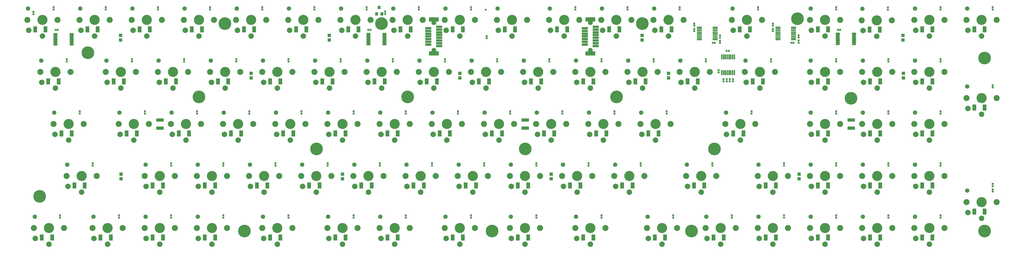
<source format=gbs>
G04*
G04 #@! TF.GenerationSoftware,Altium Limited,Altium Designer,19.1.5 (86)*
G04*
G04 Layer_Color=16711935*
%FSLAX25Y25*%
%MOIN*%
G70*
G01*
G75*
%ADD14C,0.07099*%
%ADD15C,0.06706*%
%ADD16C,0.07887*%
%ADD17C,0.06312*%
%ADD18O,0.14580X0.14580*%
%ADD19C,0.08674*%
%ADD20C,0.18300*%
%ADD21C,0.02800*%
%ADD46R,0.02756X0.02756*%
%ADD47R,0.05721X0.08674*%
%ADD48R,0.02756X0.02756*%
%ADD49O,0.06312X0.02572*%
%ADD50O,0.07493X0.02178*%
%ADD51O,0.02178X0.07493*%
%ADD52R,0.10642X0.04737*%
%ADD53R,0.04737X0.05131*%
%ADD54R,0.04343X0.04540*%
%ADD55R,0.04343X0.04540*%
%ADD56R,0.08989X0.03556*%
%ADD57R,0.14186X0.05918*%
D14*
X612641Y346539D02*
D03*
X837641D02*
D03*
D15*
X612641Y306776D02*
D03*
X837641D02*
D03*
D16*
X1025141Y27071D02*
D03*
X1005456Y35339D02*
D03*
X837641Y27071D02*
D03*
X817956Y35339D02*
D03*
X1175141Y327071D02*
D03*
X1155456Y335339D02*
D03*
X50141Y327071D02*
D03*
X30456Y335339D02*
D03*
X1400141Y64571D02*
D03*
X1380456Y72839D02*
D03*
X1325141Y27071D02*
D03*
X1305456Y35339D02*
D03*
X1250141Y27071D02*
D03*
X1230456Y35339D02*
D03*
X1325141Y102071D02*
D03*
X1305456Y110339D02*
D03*
X1250141Y102071D02*
D03*
X1230456Y110339D02*
D03*
X1175141Y102071D02*
D03*
X1155456Y110339D02*
D03*
X1400141Y214571D02*
D03*
X1380456Y222839D02*
D03*
X1325141Y177071D02*
D03*
X1305456Y185339D02*
D03*
X1250141Y177071D02*
D03*
X1230456Y185339D02*
D03*
X1175141Y177071D02*
D03*
X1155456Y185339D02*
D03*
X1325141Y252071D02*
D03*
X1305456Y260339D02*
D03*
X1250141Y252071D02*
D03*
X1230456Y260339D02*
D03*
X1175141Y252071D02*
D03*
X1155456Y260339D02*
D03*
X1100141Y102071D02*
D03*
X1080456Y110339D02*
D03*
X1175141Y27071D02*
D03*
X1155456Y35339D02*
D03*
X1100141Y27071D02*
D03*
X1080456Y35339D02*
D03*
X940766Y27071D02*
D03*
X921081Y35339D02*
D03*
X743891Y27071D02*
D03*
X724206Y35339D02*
D03*
X650141Y27071D02*
D03*
X630456Y35339D02*
D03*
X556391Y27071D02*
D03*
X536706Y35339D02*
D03*
X481391Y27071D02*
D03*
X461706Y35339D02*
D03*
X387641Y27071D02*
D03*
X367956Y35339D02*
D03*
X293891Y27071D02*
D03*
X274206Y35339D02*
D03*
X218891Y27071D02*
D03*
X199206Y35339D02*
D03*
X143891Y27071D02*
D03*
X124206Y35339D02*
D03*
X59516Y27071D02*
D03*
X39831Y35339D02*
D03*
X997016Y102071D02*
D03*
X977331Y110339D02*
D03*
X893891Y102071D02*
D03*
X874206Y110339D02*
D03*
X818891Y102071D02*
D03*
X799206Y110339D02*
D03*
X743891Y102071D02*
D03*
X724206Y110339D02*
D03*
X668891Y102071D02*
D03*
X649206Y110339D02*
D03*
X593891Y102071D02*
D03*
X574206Y110339D02*
D03*
X518891Y102071D02*
D03*
X499206Y110339D02*
D03*
X443891Y102071D02*
D03*
X424206Y110339D02*
D03*
X368891Y102071D02*
D03*
X349206Y110339D02*
D03*
X293891Y102071D02*
D03*
X274206Y110339D02*
D03*
X218891Y102071D02*
D03*
X199206Y110339D02*
D03*
X106391Y102071D02*
D03*
X86706Y110339D02*
D03*
X1053266Y177071D02*
D03*
X1033581Y185339D02*
D03*
X931391Y177071D02*
D03*
X911706Y185339D02*
D03*
X856391Y177071D02*
D03*
X836706Y185339D02*
D03*
X781391Y177071D02*
D03*
X761706Y185339D02*
D03*
X706391Y177071D02*
D03*
X686706Y185339D02*
D03*
X631391Y177071D02*
D03*
X611706Y185339D02*
D03*
X556391Y177071D02*
D03*
X536706Y185339D02*
D03*
X481391Y177071D02*
D03*
X461706Y185339D02*
D03*
X406391Y177071D02*
D03*
X386706Y185339D02*
D03*
X331391Y177071D02*
D03*
X311706Y185339D02*
D03*
X256391Y177071D02*
D03*
X236706Y185339D02*
D03*
X181391Y177071D02*
D03*
X161706Y185339D02*
D03*
X87641Y177071D02*
D03*
X67956Y185339D02*
D03*
X1081391Y252071D02*
D03*
X1061706Y260339D02*
D03*
X987641Y252071D02*
D03*
X967956Y260339D02*
D03*
X912641Y252071D02*
D03*
X892956Y260339D02*
D03*
X837641Y252071D02*
D03*
X817956Y260339D02*
D03*
X762641Y252071D02*
D03*
X742956Y260339D02*
D03*
X687641Y252071D02*
D03*
X667956Y260339D02*
D03*
X612641Y252071D02*
D03*
X592956Y260339D02*
D03*
X537641Y252071D02*
D03*
X517956Y260339D02*
D03*
X462641Y252071D02*
D03*
X442956Y260339D02*
D03*
X387641Y252071D02*
D03*
X367956Y260339D02*
D03*
X312641Y252071D02*
D03*
X292956Y260339D02*
D03*
X237641Y252071D02*
D03*
X217956Y260339D02*
D03*
X162641Y252071D02*
D03*
X142956Y260339D02*
D03*
X68891Y252071D02*
D03*
X49206Y260339D02*
D03*
X1400141Y327071D02*
D03*
X1380456Y335339D02*
D03*
X1325141Y327071D02*
D03*
X1305456Y335339D02*
D03*
X1249320Y326689D02*
D03*
X1229635Y334957D02*
D03*
X1062641Y327071D02*
D03*
X1042956Y335339D02*
D03*
X950141Y327071D02*
D03*
X930456Y335339D02*
D03*
X875141Y327071D02*
D03*
X855456Y335339D02*
D03*
X800141Y327071D02*
D03*
X780456Y335339D02*
D03*
X725141Y327071D02*
D03*
X705456Y335339D02*
D03*
X650141Y327071D02*
D03*
X630456Y335339D02*
D03*
X575141Y327071D02*
D03*
X555456Y335339D02*
D03*
X500141Y327071D02*
D03*
X480456Y335339D02*
D03*
X425141Y327071D02*
D03*
X405456Y335339D02*
D03*
X350141Y327071D02*
D03*
X330456Y335339D02*
D03*
X275141Y327071D02*
D03*
X255456Y335339D02*
D03*
X200141Y327071D02*
D03*
X180456Y335339D02*
D03*
X125141Y327071D02*
D03*
X105456Y335339D02*
D03*
D17*
X1004590Y66835D02*
D03*
X817090D02*
D03*
X1154590Y366835D02*
D03*
X29590D02*
D03*
X1379590Y104335D02*
D03*
X1304590Y66835D02*
D03*
X1229590D02*
D03*
X1304590Y141835D02*
D03*
X1229590D02*
D03*
X1154590D02*
D03*
X1379590Y254335D02*
D03*
X1304590Y216835D02*
D03*
X1229590D02*
D03*
X1154590D02*
D03*
X1304590Y291835D02*
D03*
X1229590D02*
D03*
X1154590D02*
D03*
X1079590Y141835D02*
D03*
X1154590Y66835D02*
D03*
X1079590D02*
D03*
X920215D02*
D03*
X723340D02*
D03*
X629590D02*
D03*
X535840D02*
D03*
X460840D02*
D03*
X367090D02*
D03*
X273340D02*
D03*
X198340D02*
D03*
X123340D02*
D03*
X38965D02*
D03*
X976465Y141835D02*
D03*
X873340D02*
D03*
X798340D02*
D03*
X723340D02*
D03*
X648340D02*
D03*
X573340D02*
D03*
X498340D02*
D03*
X423340D02*
D03*
X348340D02*
D03*
X273340D02*
D03*
X198340D02*
D03*
X85840D02*
D03*
X1032715Y216835D02*
D03*
X910840D02*
D03*
X835840D02*
D03*
X760840D02*
D03*
X685840D02*
D03*
X610840D02*
D03*
X535840D02*
D03*
X460840D02*
D03*
X385840D02*
D03*
X310840D02*
D03*
X235840D02*
D03*
X160840D02*
D03*
X67090D02*
D03*
X1060840Y291835D02*
D03*
X967090D02*
D03*
X892090D02*
D03*
X817090D02*
D03*
X742090D02*
D03*
X667090D02*
D03*
X592090D02*
D03*
X517090D02*
D03*
X442090D02*
D03*
X367090D02*
D03*
X292090D02*
D03*
X217090D02*
D03*
X142090D02*
D03*
X48340D02*
D03*
X1379590Y366835D02*
D03*
X1304590D02*
D03*
X1228769Y366453D02*
D03*
X1042090Y366835D02*
D03*
X929590D02*
D03*
X854590D02*
D03*
X779590D02*
D03*
X704590D02*
D03*
X629590D02*
D03*
X554590D02*
D03*
X479590D02*
D03*
X404590D02*
D03*
X329590D02*
D03*
X254590D02*
D03*
X179590D02*
D03*
X104590D02*
D03*
D18*
X1025141Y50299D02*
D03*
X837641D02*
D03*
X1175141Y350299D02*
D03*
X50141D02*
D03*
X1400141Y87799D02*
D03*
X1325141Y50299D02*
D03*
X1250141D02*
D03*
X1325141Y125299D02*
D03*
X1250141D02*
D03*
X1175141D02*
D03*
X1400141Y237799D02*
D03*
X1325141Y200299D02*
D03*
X1250141D02*
D03*
X1175141D02*
D03*
X1325141Y275299D02*
D03*
X1250141D02*
D03*
X1175141D02*
D03*
X1100141Y125299D02*
D03*
X1175141Y50299D02*
D03*
X1100141D02*
D03*
X940766D02*
D03*
X743891D02*
D03*
X650141D02*
D03*
X556391D02*
D03*
X481391D02*
D03*
X387641D02*
D03*
X293891D02*
D03*
X218891D02*
D03*
X143891D02*
D03*
X59516D02*
D03*
X997016Y125299D02*
D03*
X893891D02*
D03*
X818891D02*
D03*
X743891D02*
D03*
X668891D02*
D03*
X593891D02*
D03*
X518891D02*
D03*
X443891D02*
D03*
X368891D02*
D03*
X293891D02*
D03*
X218891D02*
D03*
X106391D02*
D03*
X1053266Y200299D02*
D03*
X931391D02*
D03*
X856391D02*
D03*
X781391D02*
D03*
X706391D02*
D03*
X631391D02*
D03*
X556391D02*
D03*
X481391D02*
D03*
X406391D02*
D03*
X331391D02*
D03*
X256391D02*
D03*
X181391D02*
D03*
X87641D02*
D03*
X1081391Y275299D02*
D03*
X987641D02*
D03*
X912641D02*
D03*
X837641D02*
D03*
X762641D02*
D03*
X687641D02*
D03*
X612641D02*
D03*
X537641D02*
D03*
X462641D02*
D03*
X387641D02*
D03*
X312641D02*
D03*
X237641D02*
D03*
X162641D02*
D03*
X68891D02*
D03*
X1400141Y350299D02*
D03*
X1325141D02*
D03*
X1249320Y349917D02*
D03*
X1062641Y350299D02*
D03*
X950141D02*
D03*
X875141D02*
D03*
X800141D02*
D03*
X725141D02*
D03*
X650141D02*
D03*
X575141D02*
D03*
X500141D02*
D03*
X425141D02*
D03*
X350141D02*
D03*
X275141D02*
D03*
X200141D02*
D03*
X125141D02*
D03*
D19*
X1003488Y50299D02*
D03*
X1046795D02*
D03*
X815988D02*
D03*
X859295D02*
D03*
X1153488Y350299D02*
D03*
X1196795D02*
D03*
X28488D02*
D03*
X71795D02*
D03*
X1378488Y87799D02*
D03*
X1421795D02*
D03*
X1303488Y50299D02*
D03*
X1346795D02*
D03*
X1228488D02*
D03*
X1271795D02*
D03*
X1303488Y125299D02*
D03*
X1346795D02*
D03*
X1228488D02*
D03*
X1271795D02*
D03*
X1153488D02*
D03*
X1196795D02*
D03*
X1378488Y237799D02*
D03*
X1421795D02*
D03*
X1303488Y200299D02*
D03*
X1346795D02*
D03*
X1228488D02*
D03*
X1271795D02*
D03*
X1153488D02*
D03*
X1196795D02*
D03*
X1303488Y275299D02*
D03*
X1346795D02*
D03*
X1228488D02*
D03*
X1271795D02*
D03*
X1153488D02*
D03*
X1196795D02*
D03*
X1078488Y125299D02*
D03*
X1121795D02*
D03*
X1153488Y50299D02*
D03*
X1196795D02*
D03*
X1078488D02*
D03*
X1121795D02*
D03*
X919113D02*
D03*
X962420D02*
D03*
X722238D02*
D03*
X765545D02*
D03*
X628488D02*
D03*
X671795D02*
D03*
X534738D02*
D03*
X578045D02*
D03*
X459738D02*
D03*
X503045D02*
D03*
X365988D02*
D03*
X409295D02*
D03*
X272238D02*
D03*
X315545D02*
D03*
X197238D02*
D03*
X240545D02*
D03*
X122238D02*
D03*
X165545D02*
D03*
X37863D02*
D03*
X81170D02*
D03*
X975363Y125299D02*
D03*
X1018670D02*
D03*
X872238D02*
D03*
X915545D02*
D03*
X797238D02*
D03*
X840545D02*
D03*
X722238D02*
D03*
X765545D02*
D03*
X647238D02*
D03*
X690545D02*
D03*
X572238D02*
D03*
X615545D02*
D03*
X497238D02*
D03*
X540545D02*
D03*
X422238D02*
D03*
X465545D02*
D03*
X347238D02*
D03*
X390545D02*
D03*
X272238D02*
D03*
X315545D02*
D03*
X197238D02*
D03*
X240545D02*
D03*
X84738D02*
D03*
X128045D02*
D03*
X1031613Y200299D02*
D03*
X1074920D02*
D03*
X909738D02*
D03*
X953045D02*
D03*
X834738D02*
D03*
X878045D02*
D03*
X759738D02*
D03*
X803045D02*
D03*
X684738D02*
D03*
X728045D02*
D03*
X609738D02*
D03*
X653045D02*
D03*
X534738D02*
D03*
X578045D02*
D03*
X459738D02*
D03*
X503045D02*
D03*
X384738D02*
D03*
X428045D02*
D03*
X309738D02*
D03*
X353045D02*
D03*
X234738D02*
D03*
X278045D02*
D03*
X159738D02*
D03*
X203045D02*
D03*
X65988D02*
D03*
X109295D02*
D03*
X1059738Y275299D02*
D03*
X1103045D02*
D03*
X965988D02*
D03*
X1009295D02*
D03*
X890988D02*
D03*
X934295D02*
D03*
X815988D02*
D03*
X859295D02*
D03*
X740988D02*
D03*
X784295D02*
D03*
X665988D02*
D03*
X709295D02*
D03*
X590988D02*
D03*
X634295D02*
D03*
X515988D02*
D03*
X559295D02*
D03*
X440988D02*
D03*
X484295D02*
D03*
X365988D02*
D03*
X409295D02*
D03*
X290988D02*
D03*
X334295D02*
D03*
X215988D02*
D03*
X259295D02*
D03*
X140988D02*
D03*
X184295D02*
D03*
X47238D02*
D03*
X90545D02*
D03*
X1378488Y350299D02*
D03*
X1421795D02*
D03*
X1303488D02*
D03*
X1346795D02*
D03*
X1227667Y349917D02*
D03*
X1270974D02*
D03*
X1040988Y350299D02*
D03*
X1084295D02*
D03*
X928488D02*
D03*
X971795D02*
D03*
X853488D02*
D03*
X896795D02*
D03*
X778488D02*
D03*
X821795D02*
D03*
X703488D02*
D03*
X746795D02*
D03*
X628488D02*
D03*
X671795D02*
D03*
X553488D02*
D03*
X596795D02*
D03*
X478488D02*
D03*
X521795D02*
D03*
X403488D02*
D03*
X446795D02*
D03*
X328488D02*
D03*
X371795D02*
D03*
X253488D02*
D03*
X296795D02*
D03*
X178488D02*
D03*
X221795D02*
D03*
X103488D02*
D03*
X146795D02*
D03*
D20*
X1016000Y164500D02*
D03*
X744000D02*
D03*
X575000Y239500D02*
D03*
X444000Y164500D02*
D03*
X1135500Y352000D02*
D03*
X312500Y345000D02*
D03*
X537500D02*
D03*
X912500D02*
D03*
X875500Y239500D02*
D03*
X275000D02*
D03*
X1212500Y237500D02*
D03*
X983000Y46000D02*
D03*
X696500D02*
D03*
X340500D02*
D03*
X115500Y303000D02*
D03*
X46000Y96000D02*
D03*
X1404500Y295500D02*
D03*
Y46000D02*
D03*
D21*
X687500Y365000D02*
D03*
D46*
X72250Y336250D02*
D03*
X69053D02*
D03*
X521750D02*
D03*
X518553D02*
D03*
X1196903D02*
D03*
X1193707D02*
D03*
X1126670Y317479D02*
D03*
X1129867D02*
D03*
X1013713D02*
D03*
X1016909D02*
D03*
X1033553Y305750D02*
D03*
X1036750D02*
D03*
D47*
X1389825Y74250D02*
D03*
X1404588D02*
D03*
X1314825Y36750D02*
D03*
X1329588D02*
D03*
X1239825D02*
D03*
X1254589D02*
D03*
X1314825Y111750D02*
D03*
X1329588D02*
D03*
X1239825D02*
D03*
X1254588D02*
D03*
X1164825D02*
D03*
X1179588D02*
D03*
X1389825Y224250D02*
D03*
X1404588D02*
D03*
X1314825Y186750D02*
D03*
X1329588D02*
D03*
X1239825D02*
D03*
X1254588D02*
D03*
X1164825D02*
D03*
X1179588D02*
D03*
X1314825Y261750D02*
D03*
X1329588D02*
D03*
X1239825D02*
D03*
X1254588D02*
D03*
X1164825D02*
D03*
X1179588D02*
D03*
X1089825Y111750D02*
D03*
X1104589D02*
D03*
X1164825Y36750D02*
D03*
X1179589D02*
D03*
X1089825D02*
D03*
X1104589D02*
D03*
X1014825D02*
D03*
X1029589D02*
D03*
X930450D02*
D03*
X945214D02*
D03*
X827325D02*
D03*
X842089D02*
D03*
X733575D02*
D03*
X748339D02*
D03*
X639825D02*
D03*
X654589D02*
D03*
X546075D02*
D03*
X560839D02*
D03*
X471075D02*
D03*
X485839D02*
D03*
X377325D02*
D03*
X392089D02*
D03*
X283575D02*
D03*
X298339D02*
D03*
X208575D02*
D03*
X223339D02*
D03*
X133575D02*
D03*
X148339D02*
D03*
X49200D02*
D03*
X63964D02*
D03*
X986700Y111750D02*
D03*
X1001464D02*
D03*
X883575D02*
D03*
X898339D02*
D03*
X808575D02*
D03*
X823339D02*
D03*
X733575D02*
D03*
X748339D02*
D03*
X658575D02*
D03*
X673339D02*
D03*
X583575D02*
D03*
X598339D02*
D03*
X508575D02*
D03*
X523339D02*
D03*
X433575D02*
D03*
X448339D02*
D03*
X358575D02*
D03*
X373339D02*
D03*
X283575D02*
D03*
X298339D02*
D03*
X208575D02*
D03*
X223339D02*
D03*
X96075D02*
D03*
X110839D02*
D03*
X1042950Y186750D02*
D03*
X1057714D02*
D03*
X921075D02*
D03*
X935839D02*
D03*
X846075D02*
D03*
X860839D02*
D03*
X771075D02*
D03*
X785839D02*
D03*
X696075D02*
D03*
X710839D02*
D03*
X621075D02*
D03*
X635839D02*
D03*
X546075D02*
D03*
X560839D02*
D03*
X471075D02*
D03*
X485839D02*
D03*
X396075D02*
D03*
X410839D02*
D03*
X321075D02*
D03*
X335839D02*
D03*
X246075D02*
D03*
X260839D02*
D03*
X171075D02*
D03*
X185839D02*
D03*
X77325D02*
D03*
X92089D02*
D03*
X1071075Y261750D02*
D03*
X1085839D02*
D03*
X977325D02*
D03*
X992089D02*
D03*
X902325D02*
D03*
X917089D02*
D03*
X827325D02*
D03*
X842089D02*
D03*
X752325D02*
D03*
X767089D02*
D03*
X677325D02*
D03*
X692089D02*
D03*
X602325D02*
D03*
X617089D02*
D03*
X527325D02*
D03*
X542089D02*
D03*
X452325D02*
D03*
X467089D02*
D03*
X377325D02*
D03*
X392089D02*
D03*
X302325D02*
D03*
X317089D02*
D03*
X227325D02*
D03*
X242089D02*
D03*
X152325D02*
D03*
X167089D02*
D03*
X58575D02*
D03*
X73339D02*
D03*
X1389825Y336750D02*
D03*
X1404588D02*
D03*
X1314825D02*
D03*
X1329588D02*
D03*
X1239004Y336368D02*
D03*
X1253768D02*
D03*
X1164825Y336750D02*
D03*
X1179588D02*
D03*
X1052325D02*
D03*
X1067089D02*
D03*
X939825D02*
D03*
X954589D02*
D03*
X864825D02*
D03*
X879589D02*
D03*
X789825D02*
D03*
X804589D02*
D03*
X714825D02*
D03*
X729589D02*
D03*
X639825D02*
D03*
X654589D02*
D03*
X564825D02*
D03*
X579589D02*
D03*
X489825D02*
D03*
X504589D02*
D03*
X414825D02*
D03*
X429589D02*
D03*
X339825D02*
D03*
X354589D02*
D03*
X264825D02*
D03*
X279589D02*
D03*
X189825D02*
D03*
X204589D02*
D03*
X114825D02*
D03*
X129589D02*
D03*
X39825D02*
D03*
X54589D02*
D03*
D48*
X37250Y358750D02*
D03*
Y361947D02*
D03*
X542750Y362447D02*
D03*
Y359250D02*
D03*
X1024213Y317282D02*
D03*
Y320479D02*
D03*
X1042750Y264947D02*
D03*
Y261750D02*
D03*
X987213Y345176D02*
D03*
Y341979D02*
D03*
X1038250Y264947D02*
D03*
Y261750D02*
D03*
X1137170Y324979D02*
D03*
Y328176D02*
D03*
X1100170Y334282D02*
D03*
Y337479D02*
D03*
X1024213Y324782D02*
D03*
Y327979D02*
D03*
X987213Y337479D02*
D03*
Y334282D02*
D03*
X1022250Y277947D02*
D03*
Y274750D02*
D03*
X1137170Y317479D02*
D03*
Y320676D02*
D03*
X1100170Y345176D02*
D03*
Y341979D02*
D03*
X1033750Y264947D02*
D03*
Y261750D02*
D03*
X1029250Y264947D02*
D03*
Y261750D02*
D03*
X1416207Y106250D02*
D03*
Y103053D02*
D03*
X1341207Y68750D02*
D03*
Y65553D02*
D03*
X1266207Y68750D02*
D03*
Y65553D02*
D03*
X1341207Y143750D02*
D03*
Y140553D02*
D03*
X1266207Y143750D02*
D03*
Y140553D02*
D03*
X1191207Y143750D02*
D03*
Y140553D02*
D03*
X1416207Y256250D02*
D03*
Y253053D02*
D03*
X1341207Y218750D02*
D03*
Y215553D02*
D03*
X1266207Y218750D02*
D03*
Y215553D02*
D03*
X1191207Y218750D02*
D03*
Y215553D02*
D03*
X1341207Y293750D02*
D03*
Y290553D02*
D03*
X1266207Y293750D02*
D03*
Y290553D02*
D03*
X1191207Y293750D02*
D03*
Y290553D02*
D03*
X1116207Y143750D02*
D03*
Y140553D02*
D03*
X1191207Y68750D02*
D03*
Y65553D02*
D03*
X1116207Y68750D02*
D03*
Y65553D02*
D03*
X1041207Y68750D02*
D03*
Y65553D02*
D03*
X956832Y68750D02*
D03*
Y65553D02*
D03*
X853707Y68750D02*
D03*
Y65553D02*
D03*
X759957Y68750D02*
D03*
Y65553D02*
D03*
X666207Y68750D02*
D03*
Y65553D02*
D03*
X572457Y68750D02*
D03*
Y65553D02*
D03*
X497457Y68750D02*
D03*
Y65553D02*
D03*
X403707Y68750D02*
D03*
Y65553D02*
D03*
X309957Y68750D02*
D03*
Y65553D02*
D03*
X234957Y68750D02*
D03*
Y65553D02*
D03*
X159957Y68750D02*
D03*
Y65553D02*
D03*
X75582Y68750D02*
D03*
Y65553D02*
D03*
X1013082Y143750D02*
D03*
Y140553D02*
D03*
X909957Y143750D02*
D03*
Y140553D02*
D03*
X834957Y143750D02*
D03*
Y140553D02*
D03*
X759957Y143750D02*
D03*
Y140553D02*
D03*
X684957Y143750D02*
D03*
Y140553D02*
D03*
X609957Y143750D02*
D03*
Y140553D02*
D03*
X534957Y143750D02*
D03*
Y140553D02*
D03*
X459957Y143750D02*
D03*
Y140553D02*
D03*
X384957Y143750D02*
D03*
Y140553D02*
D03*
X309957Y143750D02*
D03*
Y140553D02*
D03*
X234957Y143750D02*
D03*
Y140553D02*
D03*
X122457Y143750D02*
D03*
Y140553D02*
D03*
X1069332Y218750D02*
D03*
Y215553D02*
D03*
X947457Y218750D02*
D03*
Y215553D02*
D03*
X872457Y218750D02*
D03*
Y215553D02*
D03*
X797457Y218750D02*
D03*
Y215553D02*
D03*
X722457Y218750D02*
D03*
Y215553D02*
D03*
X647457Y218750D02*
D03*
Y215553D02*
D03*
X572457Y218750D02*
D03*
Y215553D02*
D03*
X497457Y218750D02*
D03*
Y215553D02*
D03*
X422457Y218750D02*
D03*
Y215553D02*
D03*
X347457Y218750D02*
D03*
Y215553D02*
D03*
X272457Y218750D02*
D03*
Y215553D02*
D03*
X197457Y218750D02*
D03*
Y215553D02*
D03*
X103707Y218750D02*
D03*
Y215553D02*
D03*
X1097457Y293750D02*
D03*
Y290553D02*
D03*
X1003707Y293750D02*
D03*
Y290553D02*
D03*
X928707Y293750D02*
D03*
Y290553D02*
D03*
X853707Y293750D02*
D03*
Y290553D02*
D03*
X778707Y293750D02*
D03*
Y290553D02*
D03*
X703707Y293750D02*
D03*
Y290553D02*
D03*
X628707Y293750D02*
D03*
Y290553D02*
D03*
X553707Y293750D02*
D03*
Y290553D02*
D03*
X478707Y293750D02*
D03*
Y290553D02*
D03*
X403707Y293750D02*
D03*
Y290553D02*
D03*
X328707Y293750D02*
D03*
Y290553D02*
D03*
X253707Y293750D02*
D03*
Y290553D02*
D03*
X178707Y293750D02*
D03*
Y290553D02*
D03*
X84957Y293750D02*
D03*
Y290553D02*
D03*
X1416207Y368750D02*
D03*
Y365553D02*
D03*
X1341207Y368750D02*
D03*
Y365553D02*
D03*
X1265386Y368368D02*
D03*
Y365171D02*
D03*
X1191207Y368750D02*
D03*
Y365553D02*
D03*
X1078707Y368750D02*
D03*
Y365553D02*
D03*
X966207Y368750D02*
D03*
Y365553D02*
D03*
X891207Y368750D02*
D03*
Y365553D02*
D03*
X816207Y368750D02*
D03*
Y365553D02*
D03*
X688707Y327250D02*
D03*
Y324053D02*
D03*
X666207Y368750D02*
D03*
Y365553D02*
D03*
X591207Y368750D02*
D03*
Y365553D02*
D03*
X516207Y368750D02*
D03*
Y365553D02*
D03*
X441207Y368750D02*
D03*
Y365553D02*
D03*
X366207Y368750D02*
D03*
Y365553D02*
D03*
X291207Y368750D02*
D03*
Y365553D02*
D03*
X216207Y368750D02*
D03*
Y365553D02*
D03*
X141207Y368750D02*
D03*
Y365553D02*
D03*
X66207Y368750D02*
D03*
Y365553D02*
D03*
X1416207Y114000D02*
D03*
Y110803D02*
D03*
D49*
X91978Y330250D02*
D03*
Y327691D02*
D03*
Y325132D02*
D03*
Y322573D02*
D03*
Y320014D02*
D03*
Y317455D02*
D03*
Y314896D02*
D03*
X68750Y330250D02*
D03*
Y327691D02*
D03*
Y325132D02*
D03*
Y322573D02*
D03*
Y320014D02*
D03*
Y317455D02*
D03*
Y314896D02*
D03*
X541864Y330427D02*
D03*
Y327868D02*
D03*
Y325309D02*
D03*
Y322750D02*
D03*
Y320191D02*
D03*
Y317632D02*
D03*
Y315073D02*
D03*
X518636Y330427D02*
D03*
Y327868D02*
D03*
Y325309D02*
D03*
Y322750D02*
D03*
Y320191D02*
D03*
Y317632D02*
D03*
Y315073D02*
D03*
X1216821Y330927D02*
D03*
Y328368D02*
D03*
Y325809D02*
D03*
Y323250D02*
D03*
Y320691D02*
D03*
Y318132D02*
D03*
Y315573D02*
D03*
X1193592Y330927D02*
D03*
Y328368D02*
D03*
Y325809D02*
D03*
Y323250D02*
D03*
Y320691D02*
D03*
Y318132D02*
D03*
Y315573D02*
D03*
D50*
X1129898Y339913D02*
D03*
Y337354D02*
D03*
Y334795D02*
D03*
Y332236D02*
D03*
Y329677D02*
D03*
Y327118D02*
D03*
Y324559D02*
D03*
Y322000D02*
D03*
X1107457Y339913D02*
D03*
Y337354D02*
D03*
Y334795D02*
D03*
Y332236D02*
D03*
Y329677D02*
D03*
Y327118D02*
D03*
Y324559D02*
D03*
Y322000D02*
D03*
X1016941Y339913D02*
D03*
Y337354D02*
D03*
Y334795D02*
D03*
Y332236D02*
D03*
Y329677D02*
D03*
Y327118D02*
D03*
Y324559D02*
D03*
Y322000D02*
D03*
X994500Y339913D02*
D03*
Y337354D02*
D03*
Y334795D02*
D03*
Y332236D02*
D03*
Y329677D02*
D03*
Y327118D02*
D03*
Y324559D02*
D03*
Y322000D02*
D03*
D51*
X1044685Y274522D02*
D03*
X1042126D02*
D03*
X1039567D02*
D03*
X1037007D02*
D03*
X1034448D02*
D03*
X1031889D02*
D03*
X1029330D02*
D03*
X1026771D02*
D03*
X1044685Y296963D02*
D03*
X1042126D02*
D03*
X1039567D02*
D03*
X1037007D02*
D03*
X1034448D02*
D03*
X1031889D02*
D03*
X1029330D02*
D03*
X1026771D02*
D03*
D52*
X1212707Y194344D02*
D03*
Y206156D02*
D03*
X219000Y194344D02*
D03*
Y206156D02*
D03*
X744000Y194344D02*
D03*
Y206156D02*
D03*
D53*
X781500Y128250D02*
D03*
Y121557D02*
D03*
X950250Y273596D02*
D03*
Y266904D02*
D03*
X1137707Y128250D02*
D03*
Y121557D02*
D03*
X1287707Y273596D02*
D03*
Y266904D02*
D03*
X163000Y128250D02*
D03*
Y121557D02*
D03*
X350250Y273596D02*
D03*
Y266904D02*
D03*
X481500Y128250D02*
D03*
Y121557D02*
D03*
X650250Y273596D02*
D03*
Y266904D02*
D03*
X162500Y328096D02*
D03*
Y321404D02*
D03*
X462500Y328096D02*
D03*
Y321404D02*
D03*
X912250Y328096D02*
D03*
Y321404D02*
D03*
X1287207Y328096D02*
D03*
Y321404D02*
D03*
D54*
X537990Y359124D02*
D03*
X534250Y368376D02*
D03*
D55*
X530510Y359124D02*
D03*
D56*
X620358Y312878D02*
D03*
Y320752D02*
D03*
Y316815D02*
D03*
Y328626D02*
D03*
Y324689D02*
D03*
Y336500D02*
D03*
Y332563D02*
D03*
X829925Y318783D02*
D03*
Y326658D02*
D03*
Y334531D02*
D03*
X845358Y312878D02*
D03*
Y320752D02*
D03*
Y316815D02*
D03*
Y328626D02*
D03*
Y324689D02*
D03*
Y336500D02*
D03*
Y332563D02*
D03*
X620358Y340437D02*
D03*
X829925Y330594D02*
D03*
Y322721D02*
D03*
Y314846D02*
D03*
Y338469D02*
D03*
X845358Y340437D02*
D03*
X604925Y318783D02*
D03*
Y326658D02*
D03*
Y334531D02*
D03*
Y330594D02*
D03*
Y322721D02*
D03*
Y314846D02*
D03*
Y338469D02*
D03*
D57*
X612641Y302221D02*
D03*
Y351095D02*
D03*
X837641Y302221D02*
D03*
Y351095D02*
D03*
M02*

</source>
